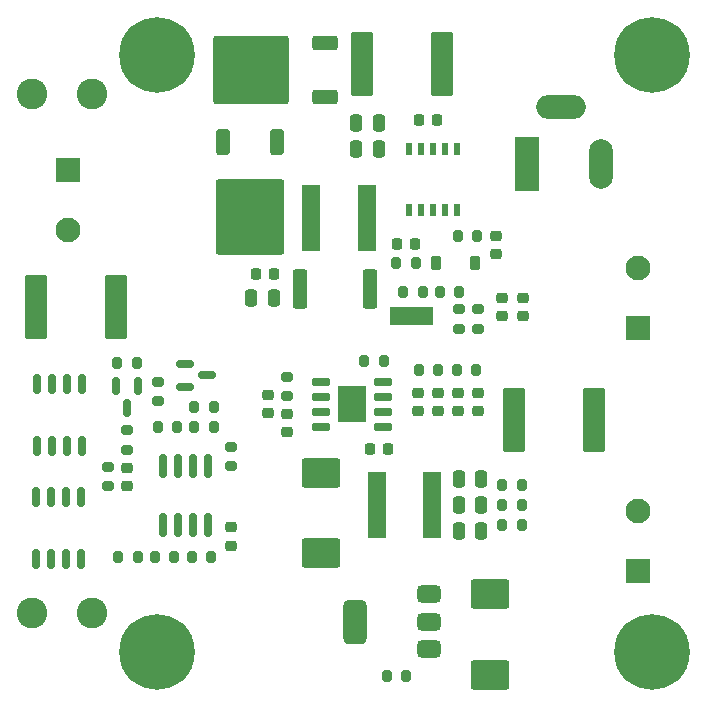
<source format=gbr>
%TF.GenerationSoftware,KiCad,Pcbnew,9.0.3*%
%TF.CreationDate,2025-08-25T20:13:08-03:00*%
%TF.ProjectId,ups_lead_acid_electgpl_v1.0,7570735f-6c65-4616-945f-616369645f65,rev?*%
%TF.SameCoordinates,Original*%
%TF.FileFunction,Soldermask,Top*%
%TF.FilePolarity,Negative*%
%FSLAX46Y46*%
G04 Gerber Fmt 4.6, Leading zero omitted, Abs format (unit mm)*
G04 Created by KiCad (PCBNEW 9.0.3) date 2025-08-25 20:13:08*
%MOMM*%
%LPD*%
G01*
G04 APERTURE LIST*
G04 Aperture macros list*
%AMRoundRect*
0 Rectangle with rounded corners*
0 $1 Rounding radius*
0 $2 $3 $4 $5 $6 $7 $8 $9 X,Y pos of 4 corners*
0 Add a 4 corners polygon primitive as box body*
4,1,4,$2,$3,$4,$5,$6,$7,$8,$9,$2,$3,0*
0 Add four circle primitives for the rounded corners*
1,1,$1+$1,$2,$3*
1,1,$1+$1,$4,$5*
1,1,$1+$1,$6,$7*
1,1,$1+$1,$8,$9*
0 Add four rect primitives between the rounded corners*
20,1,$1+$1,$2,$3,$4,$5,0*
20,1,$1+$1,$4,$5,$6,$7,0*
20,1,$1+$1,$6,$7,$8,$9,0*
20,1,$1+$1,$8,$9,$2,$3,0*%
G04 Aperture macros list end*
%ADD10RoundRect,0.200000X-0.275000X0.200000X-0.275000X-0.200000X0.275000X-0.200000X0.275000X0.200000X0*%
%ADD11RoundRect,0.200000X-0.200000X-0.275000X0.200000X-0.275000X0.200000X0.275000X-0.200000X0.275000X0*%
%ADD12RoundRect,0.225000X-0.250000X0.225000X-0.250000X-0.225000X0.250000X-0.225000X0.250000X0.225000X0*%
%ADD13RoundRect,0.250000X-1.400000X-1.000000X1.400000X-1.000000X1.400000X1.000000X-1.400000X1.000000X0*%
%ADD14RoundRect,0.200000X0.275000X-0.200000X0.275000X0.200000X-0.275000X0.200000X-0.275000X-0.200000X0*%
%ADD15RoundRect,0.200000X0.200000X0.275000X-0.200000X0.275000X-0.200000X-0.275000X0.200000X-0.275000X0*%
%ADD16RoundRect,0.250000X0.712500X2.475000X-0.712500X2.475000X-0.712500X-2.475000X0.712500X-2.475000X0*%
%ADD17RoundRect,0.218750X-0.256250X0.218750X-0.256250X-0.218750X0.256250X-0.218750X0.256250X0.218750X0*%
%ADD18RoundRect,0.150000X-0.150000X0.587500X-0.150000X-0.587500X0.150000X-0.587500X0.150000X0.587500X0*%
%ADD19C,2.600000*%
%ADD20C,0.800000*%
%ADD21C,6.400000*%
%ADD22R,0.510000X1.100000*%
%ADD23RoundRect,0.150000X-0.150000X0.825000X-0.150000X-0.825000X0.150000X-0.825000X0.150000X0.825000X0*%
%ADD24R,1.000000X1.500000*%
%ADD25RoundRect,0.375000X0.625000X0.375000X-0.625000X0.375000X-0.625000X-0.375000X0.625000X-0.375000X0*%
%ADD26RoundRect,0.500000X0.500000X1.400000X-0.500000X1.400000X-0.500000X-1.400000X0.500000X-1.400000X0*%
%ADD27RoundRect,0.150000X0.650000X0.150000X-0.650000X0.150000X-0.650000X-0.150000X0.650000X-0.150000X0*%
%ADD28R,2.410000X3.100000*%
%ADD29R,2.000000X4.600000*%
%ADD30O,2.000000X4.200000*%
%ADD31O,4.200000X2.000000*%
%ADD32RoundRect,0.150000X-0.587500X-0.150000X0.587500X-0.150000X0.587500X0.150000X-0.587500X0.150000X0*%
%ADD33RoundRect,0.250000X0.362500X1.425000X-0.362500X1.425000X-0.362500X-1.425000X0.362500X-1.425000X0*%
%ADD34RoundRect,0.250000X0.250000X0.475000X-0.250000X0.475000X-0.250000X-0.475000X0.250000X-0.475000X0*%
%ADD35RoundRect,0.150000X-0.150000X0.675000X-0.150000X-0.675000X0.150000X-0.675000X0.150000X0.675000X0*%
%ADD36R,1.600000X5.700000*%
%ADD37RoundRect,0.250001X0.799999X-0.799999X0.799999X0.799999X-0.799999X0.799999X-0.799999X-0.799999X0*%
%ADD38C,2.100000*%
%ADD39RoundRect,0.225000X-0.225000X-0.250000X0.225000X-0.250000X0.225000X0.250000X-0.225000X0.250000X0*%
%ADD40RoundRect,0.250000X-0.350000X0.850000X-0.350000X-0.850000X0.350000X-0.850000X0.350000X0.850000X0*%
%ADD41RoundRect,0.249997X-2.650003X2.950003X-2.650003X-2.950003X2.650003X-2.950003X2.650003X2.950003X0*%
%ADD42RoundRect,0.225000X-0.225000X-0.375000X0.225000X-0.375000X0.225000X0.375000X-0.225000X0.375000X0*%
%ADD43RoundRect,0.225000X0.225000X0.250000X-0.225000X0.250000X-0.225000X-0.250000X0.225000X-0.250000X0*%
%ADD44RoundRect,0.250000X0.850000X0.350000X-0.850000X0.350000X-0.850000X-0.350000X0.850000X-0.350000X0*%
%ADD45RoundRect,0.249997X2.950003X2.650003X-2.950003X2.650003X-2.950003X-2.650003X2.950003X-2.650003X0*%
%ADD46RoundRect,0.150000X0.150000X-0.675000X0.150000X0.675000X-0.150000X0.675000X-0.150000X-0.675000X0*%
%ADD47RoundRect,0.250001X-0.799999X0.799999X-0.799999X-0.799999X0.799999X-0.799999X0.799999X0.799999X0*%
G04 APERTURE END LIST*
%TO.C,JP1*%
G36*
X152900000Y-99807500D02*
G01*
X154500000Y-99807500D01*
X154500000Y-101307500D01*
X152900000Y-101307500D01*
X152900000Y-99807500D01*
G37*
%TD*%
D10*
%TO.C,R11*%
X157700000Y-99975000D03*
X157700000Y-101625000D03*
%TD*%
D11*
%TO.C,R8*%
X152375000Y-96100000D03*
X154025000Y-96100000D03*
%TD*%
D12*
%TO.C,C4*%
X154200000Y-107092500D03*
X154200000Y-108642500D03*
%TD*%
D13*
%TO.C,D6*%
X160350000Y-124142500D03*
X160350000Y-130942500D03*
%TD*%
D12*
%TO.C,C2*%
X157600000Y-107092500D03*
X157600000Y-108642500D03*
%TD*%
D11*
%TO.C,R1*%
X154300000Y-105142500D03*
X155950000Y-105142500D03*
%TD*%
D14*
%TO.C,R25*%
X129600000Y-111892500D03*
X129600000Y-110242500D03*
%TD*%
D11*
%TO.C,R13*%
X157575000Y-93767500D03*
X159225000Y-93767500D03*
%TD*%
D15*
%TO.C,R21*%
X133825000Y-109942500D03*
X132175000Y-109942500D03*
%TD*%
D16*
%TO.C,F1*%
X169087500Y-109342500D03*
X162312500Y-109342500D03*
%TD*%
D10*
%TO.C,R26*%
X128000000Y-113342500D03*
X128000000Y-114992500D03*
%TD*%
D17*
%TO.C,D4*%
X163100000Y-99000000D03*
X163100000Y-100575000D03*
%TD*%
D18*
%TO.C,Q3*%
X130550000Y-106467500D03*
X128650000Y-106467500D03*
X129600000Y-108342500D03*
%TD*%
D19*
%TO.C,TP11*%
X121560000Y-125742500D03*
X126640000Y-125742500D03*
%TD*%
D12*
%TO.C,C18*%
X138400000Y-118467500D03*
X138400000Y-120017500D03*
%TD*%
D20*
%TO.C,H1*%
X129702944Y-78445444D03*
X130405888Y-76748388D03*
X130405888Y-80142500D03*
X132102944Y-76045444D03*
D21*
X132102944Y-78445444D03*
D20*
X132102944Y-80845444D03*
X133800000Y-76748388D03*
X133800000Y-80142500D03*
X134502944Y-78445444D03*
%TD*%
D22*
%TO.C,U2*%
X153500000Y-91550000D03*
X154500000Y-91550000D03*
X155500000Y-91550000D03*
X156500000Y-91550000D03*
X157500000Y-91550000D03*
X157500000Y-86450000D03*
X156500000Y-86450000D03*
X155500000Y-86450000D03*
X154500000Y-86450000D03*
X153500000Y-86450000D03*
%TD*%
D15*
%TO.C,R3*%
X151325000Y-104400000D03*
X149675000Y-104400000D03*
%TD*%
%TO.C,R6*%
X163025000Y-116542500D03*
X161375000Y-116542500D03*
%TD*%
D17*
%TO.C,D3*%
X161300000Y-99000000D03*
X161300000Y-100575000D03*
%TD*%
D12*
%TO.C,C1*%
X159300000Y-107067500D03*
X159300000Y-108617500D03*
%TD*%
D23*
%TO.C,U4*%
X136405000Y-113267500D03*
X135135000Y-113267500D03*
X133865000Y-113267500D03*
X132595000Y-113267500D03*
X132595000Y-118217500D03*
X133865000Y-118217500D03*
X135135000Y-118217500D03*
X136405000Y-118217500D03*
%TD*%
D12*
%TO.C,C19*%
X129600000Y-113392500D03*
X129600000Y-114942500D03*
%TD*%
D24*
%TO.C,JP1*%
X152400000Y-100557500D03*
X153700000Y-100557500D03*
X155000000Y-100557500D03*
%TD*%
D25*
%TO.C,Q2*%
X155200000Y-128742500D03*
X155200000Y-126442500D03*
D26*
X148900000Y-126442500D03*
D25*
X155200000Y-124142500D03*
%TD*%
D13*
%TO.C,D1*%
X146000000Y-113842500D03*
X146000000Y-120642500D03*
%TD*%
D27*
%TO.C,U1*%
X151295000Y-109947500D03*
X151295000Y-108677500D03*
X151295000Y-107407500D03*
X151295000Y-106137500D03*
X145995000Y-106137500D03*
X145995000Y-107407500D03*
X145995000Y-108677500D03*
X145995000Y-109947500D03*
D28*
X148645000Y-108042500D03*
%TD*%
D29*
%TO.C,J1*%
X163450000Y-87692500D03*
D30*
X169750000Y-87692500D03*
D31*
X166350000Y-82892500D03*
%TD*%
D32*
%TO.C,U3*%
X134462500Y-104650000D03*
X134462500Y-106550000D03*
X136337500Y-105600000D03*
%TD*%
D11*
%TO.C,R10*%
X156075000Y-98500000D03*
X157725000Y-98500000D03*
%TD*%
D33*
%TO.C,R14*%
X150125000Y-98242500D03*
X144200000Y-98242500D03*
%TD*%
D12*
%TO.C,C6*%
X143100000Y-108867500D03*
X143100000Y-110417500D03*
%TD*%
D11*
%TO.C,R19*%
X135050000Y-120942500D03*
X136700000Y-120942500D03*
%TD*%
D34*
%TO.C,C11*%
X150900000Y-84242500D03*
X149000000Y-84242500D03*
%TD*%
D15*
%TO.C,R24*%
X130425000Y-104567500D03*
X128775000Y-104567500D03*
%TD*%
D10*
%TO.C,R12*%
X159300000Y-99975000D03*
X159300000Y-101625000D03*
%TD*%
D35*
%TO.C,Q4*%
X125735000Y-115917500D03*
X124465000Y-115917500D03*
X123195000Y-115917500D03*
X121925000Y-115917500D03*
X121925000Y-121167500D03*
X123195000Y-121167500D03*
X124465000Y-121167500D03*
X125735000Y-121167500D03*
%TD*%
D34*
%TO.C,C8*%
X159600000Y-118762500D03*
X157700000Y-118762500D03*
%TD*%
D19*
%TO.C,TP10*%
X121560000Y-81742500D03*
X126640000Y-81742500D03*
%TD*%
D36*
%TO.C,L2*%
X145200000Y-92242500D03*
X149900000Y-92242500D03*
%TD*%
D10*
%TO.C,R22*%
X138400000Y-111617500D03*
X138400000Y-113267500D03*
%TD*%
D11*
%TO.C,R17*%
X128850000Y-120942500D03*
X130500000Y-120942500D03*
%TD*%
D37*
%TO.C,J2*%
X172842500Y-101587500D03*
D38*
X172842500Y-96507500D03*
%TD*%
D12*
%TO.C,C15*%
X160800000Y-93792500D03*
X160800000Y-95342500D03*
%TD*%
D36*
%TO.C,L1*%
X150750000Y-116542500D03*
X155450000Y-116542500D03*
%TD*%
D10*
%TO.C,R4*%
X143100000Y-105717500D03*
X143100000Y-107367500D03*
%TD*%
D34*
%TO.C,C17*%
X142012500Y-99042500D03*
X140112500Y-99042500D03*
%TD*%
D11*
%TO.C,R15*%
X151575000Y-131042500D03*
X153225000Y-131042500D03*
%TD*%
D39*
%TO.C,C13*%
X154325000Y-84000000D03*
X155875000Y-84000000D03*
%TD*%
D20*
%TO.C,H3*%
X129700000Y-129042500D03*
X130402944Y-127345444D03*
X130402944Y-130739556D03*
X132100000Y-126642500D03*
D21*
X132100000Y-129042500D03*
D20*
X132100000Y-131442500D03*
X133797056Y-127345444D03*
X133797056Y-130739556D03*
X134500000Y-129042500D03*
%TD*%
D16*
%TO.C,F2*%
X156287500Y-79242500D03*
X149512500Y-79242500D03*
%TD*%
D37*
%TO.C,J4*%
X172842500Y-122142500D03*
D38*
X172842500Y-117062500D03*
%TD*%
D20*
%TO.C,H4*%
X171600000Y-129042500D03*
X172302944Y-127345444D03*
X172302944Y-130739556D03*
X174000000Y-126642500D03*
D21*
X174000000Y-129042500D03*
D20*
X174000000Y-131442500D03*
X175697056Y-127345444D03*
X175697056Y-130739556D03*
X176400000Y-129042500D03*
%TD*%
D40*
%TO.C,D5*%
X142257500Y-85842500D03*
D41*
X139977500Y-92142500D03*
D40*
X137697500Y-85842500D03*
%TD*%
D11*
%TO.C,R5*%
X161375000Y-118242500D03*
X163025000Y-118242500D03*
%TD*%
%TO.C,R7*%
X161375000Y-114842500D03*
X163025000Y-114842500D03*
%TD*%
D34*
%TO.C,C12*%
X150900000Y-86442500D03*
X149000000Y-86442500D03*
%TD*%
D11*
%TO.C,R2*%
X157500000Y-105142500D03*
X159150000Y-105142500D03*
%TD*%
%TO.C,R9*%
X152975000Y-98500000D03*
X154625000Y-98500000D03*
%TD*%
D15*
%TO.C,R20*%
X136925000Y-109942500D03*
X135275000Y-109942500D03*
%TD*%
D42*
%TO.C,D2*%
X155750000Y-96100000D03*
X159050000Y-96100000D03*
%TD*%
D12*
%TO.C,C7*%
X141500000Y-107267500D03*
X141500000Y-108817500D03*
%TD*%
D15*
%TO.C,R16*%
X136925000Y-108242500D03*
X135275000Y-108242500D03*
%TD*%
D12*
%TO.C,C3*%
X155900000Y-107092500D03*
X155900000Y-108642500D03*
%TD*%
D39*
%TO.C,C14*%
X152425000Y-94500000D03*
X153975000Y-94500000D03*
%TD*%
D20*
%TO.C,H2*%
X171600000Y-78442500D03*
X172302944Y-76745444D03*
X172302944Y-80139556D03*
X174000000Y-76042500D03*
D21*
X174000000Y-78442500D03*
D20*
X174000000Y-80842500D03*
X175697056Y-76745444D03*
X175697056Y-80139556D03*
X176400000Y-78442500D03*
%TD*%
D43*
%TO.C,C16*%
X142037500Y-97042500D03*
X140487500Y-97042500D03*
%TD*%
D34*
%TO.C,C10*%
X159600000Y-114342500D03*
X157700000Y-114342500D03*
%TD*%
D14*
%TO.C,R23*%
X132200000Y-107792500D03*
X132200000Y-106142500D03*
%TD*%
D34*
%TO.C,C9*%
X159600000Y-116562500D03*
X157700000Y-116562500D03*
%TD*%
D16*
%TO.C,F3*%
X128687500Y-99842500D03*
X121912500Y-99842500D03*
%TD*%
D44*
%TO.C,Q1*%
X146357500Y-82050000D03*
D45*
X140057500Y-79770000D03*
D44*
X146357500Y-77490000D03*
%TD*%
D43*
%TO.C,C5*%
X151675000Y-111800000D03*
X150125000Y-111800000D03*
%TD*%
D46*
%TO.C,Q5*%
X121960000Y-111542500D03*
X123230000Y-111542500D03*
X124500000Y-111542500D03*
X125770000Y-111542500D03*
X125770000Y-106292500D03*
X124500000Y-106292500D03*
X123230000Y-106292500D03*
X121960000Y-106292500D03*
%TD*%
D47*
%TO.C,J3*%
X124557500Y-88197500D03*
D38*
X124557500Y-93277500D03*
%TD*%
D11*
%TO.C,R18*%
X131950000Y-120942500D03*
X133600000Y-120942500D03*
%TD*%
M02*

</source>
